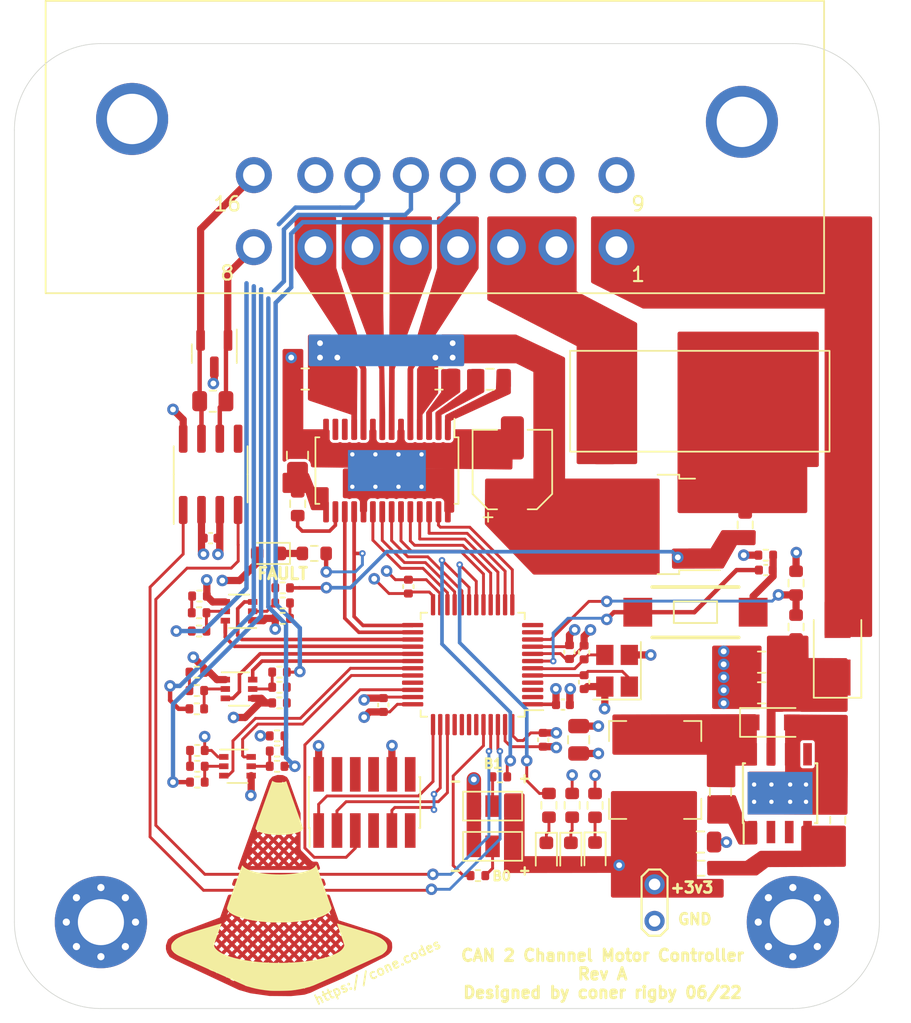
<source format=kicad_pcb>
(kicad_pcb (version 20211014) (generator pcbnew)
  (layers (0 "F.Cu" signal) (1 "In1.Cu" signal) (2 "In2.Cu" signal) (31 "B.Cu" signal) (34 "B.Paste" user) (35 "F.Paste" user) (36 "B.SilkS" user "B.Silkscreen") (37 "F.SilkS" user "F.Silkscreen") (38 "B.Mask" user) (39 "F.Mask" user) (44 "Edge.Cuts" user))
  (net 0 "")
  (net 1 "/VIN")
  (net 2 "GND")
  (net 3 "/BOOT")
  (net 4 "/PH")
  (net 5 "+3V3")
  (net 6 "/OSC_IN")
  (net 7 "/OSC_OUT")
  (net 8 "/CP1")
  (net 9 "/NRST")
  (net 10 "+12V")
  (net 11 "Net-(D3-Pad1)")
  (net 12 "Net-(D4-Pad1)")
  (net 13 "/CANH")
  (net 14 "/CANL")
  (net 15 "/JTCK")
  (net 16 "/JTDO")
  (net 17 "/JTMS")
  (net 18 "Net-(JP1-Pad2)")
  (net 19 "Net-(JP2-Pad2)")
  (net 20 "/VBATT_SENSE")
  (net 21 "/PB0")
  (net 22 "/BOOT0")
  (net 23 "/BOOT1")
  (net 27 "/CANTX")
  (net 28 "/CANRX")
  (net 31 "/OSC32_IN")
  (net 32 "/OSC32_OUT")
  (net 33 "/CP2")
  (net 34 "/VCP")
  (net 35 "Net-(C18-Pad1)")
  (net 36 "/V3P3OUT")
  (net 37 "Net-(D5-Pad1)")
  (net 38 "Net-(D6-Pad1)")
  (net 39 "/NFAULT")
  (net 40 "/IN4")
  (net 41 "/IN3")
  (net 43 "/JTDI")
  (net 44 "/VSENSE")
  (net 45 "/IN2")
  (net 46 "/IN1")
  (net 47 "/EN4")
  (net 48 "/EN3")
  (net 49 "/EN2")
  (net 50 "/EN1")
  (net 51 "/NSLEEP")
  (net 52 "/MOTOR1_OUT1")
  (net 53 "/MOTOR1_OUT2")
  (net 54 "/MOTOR2_OUT1")
  (net 55 "/MOTOR2_OUT2")
  (net 58 "/VOUT_EN")
  (net 59 "Net-(Q3-Pad2)")
  (net 60 "/GPIO_GPI1")
  (net 61 "Net-(Q3-Pad5)")
  (net 62 "/GPIO_GPI2")
  (net 63 "/GPI2")
  (net 64 "/GPI1")
  (net 65 "Net-(Q2-Pad2)")
  (net 66 "Net-(Q2-Pad5)")
  (net 67 "Net-(R19-Pad2)")
  (net 68 "/VBAT_IN")
  (net 69 "/GPIO_GPI3")
  (net 70 "/GPIO_GPI4")
  (net 71 "Net-(Q4-Pad2)")
  (net 72 "/GPIO_GPI5")
  (net 73 "Net-(Q4-Pad5)")
  (net 74 "/GPIO_VOUT_EN")
  (net 75 "/GPI4")
  (net 76 "Net-(R18-Pad2)")
  (net 77 "Net-(R20-Pad2)")
  (net 78 "/GPI3")
  (net 79 "/GPI5")
  (net 80 "Net-(R27-Pad2)")
  (net 81 "Net-(R29-Pad2)")
  (net 82 "Net-(R30-Pad2)")
  (net 83 "/FUSED_VBAT_IN")
  (net 84 "/12VOUT")
  (net 91 "unconnected-(J2-Pad13)")
  (net 92 "unconnected-(J2-Pad14)")
  (net 100 "/DRV_NRESET")
  (footprint "Resistor_SMD:R_0603_1608Metric" (layer "F.Cu") (at 74.222 63.509999 90)
    (fp_text reference "R1" hide)
    (fp_text value "R_Small")
  )
  (footprint "Resistor_SMD:R_0402_1005Metric" (layer "F.Cu") (at 32.69 72.08)
    (fp_text reference "R22" hide)
    (fp_text value "499R")
  )
  (footprint "ConeCodes:Keystone-3587-10TR" (layer "F.Cu") (at 67.5455 48.332)
    (fp_text reference "F1" hide)
    (fp_text value "Fuse")
  )
  (footprint "Resistor_SMD:R_0402_1005Metric" (layer "F.Cu") (at 38.39 66.64 180)
    (fp_text reference "R24" hide)
    (fp_text value "10k")
  )
  (footprint "Capacitor_SMD:C_0805_2012Metric" (layer "F.Cu") (at 67.586001 78.437999)
    (fp_text reference "C4" hide)
    (fp_text value "C_Small")
  )
  (footprint "Capacitor_SMD:C_0805_2012Metric" (layer "F.Cu") (at 59.14 71.34 90)
    (fp_text reference "C6" hide)
    (fp_text value "4.7nf")
  )
  (footprint "Resistor_SMD:R_0603_1608Metric" (layer "F.Cu") (at 77.116 76.928 90)
    (fp_text reference "R5" hide)
    (fp_text value "R_Small")
  )
  (footprint "Resistor_SMD:R_0402_1005Metric" (layer "F.Cu") (at 38.604744 62.91 180)
    (fp_text reference "R23" hide)
    (fp_text value "499R")
  )
  (footprint "ConeCodes:953371" (layer "F.Cu") (at 49.166 25.232 180)
    (fp_text reference "J2" hide)
    (fp_text value "Conn_02x08_Top_Bottom")
  )
  (footprint "Capacitor_SMD:C_0805_2012Metric" (layer "F.Cu") (at 40.17 46.29 180)
    (fp_text reference "C16" hide)
    (fp_text value "10uF")
  )
  (footprint "Package_TO_SOT_SMD:SOT-363_SC-70-6" (layer "F.Cu") (at 35.579511 62.418501 180)
    (fp_text reference "Q4" hide)
    (fp_text value "MBT3904DW1T1G")
  )
  (footprint "Resistor_SMD:R_0805_2012Metric" (layer "F.Cu") (at 33.7625 47.8285)
    (fp_text reference "R3" hide)
    (fp_text value "120,DNP")
  )
  (footprint "Diode_SMD:D_SMA" (layer "F.Cu") (at 77.1 65.02 90)
    (fp_text reference "D1" hide)
    (fp_text value "TPSMA6L78A")
  )
  (footprint "Resistor_SMD:R_0402_1005Metric" (layer "F.Cu") (at 32.65 67.92 180)
    (fp_text reference "R18" hide)
    (fp_text value "1k")
  )
  (footprint "Resistor_SMD:R_0603_1608Metric" (layer "F.Cu") (at 60.2775 75.896498 90)
    (fp_text reference "R6" hide)
    (fp_text value "240R")
  )
  (footprint "MountingHole:MountingHole_3.2mm_M3_Pad_Via" (layer "F.Cu") (at 26 84 90)
    (fp_text reference "H1" hide)
    (fp_text value "MountingHole_Pad")
  )
  (footprint "Jumper:SolderJumper-3_P1.3mm_Open_Pad1.0x1.5mm_NumberLabels" (layer "F.Cu") (at 53.17 78.738 180)
    (fp_text reference "JP1" hide)
    (fp_text value "Jumper_3_Open")
  )
  (footprint "Resistor_SMD:R_0603_1608Metric" (layer "F.Cu") (at 57.08 75.89 90)
    (fp_text reference "R9" hide)
    (fp_text value "240R")
  )
  (footprint "Inductor_SMD:L_Bourns-SRN6028" (layer "F.Cu") (at 64.448 73.436 -90)
    (fp_text reference "L1" hide)
    (fp_text value "L_Small")
  )
  (footprint "Resistor_SMD:R_0603_1608Metric" (layer "F.Cu") (at 67.638 80.256)
    (fp_text reference "R4" hide)
    (fp_text value "R_Small")
  )
  (footprint "MountingHole:MountingHole_3.2mm_M3_Pad_Via" (layer "F.Cu") (at 74 84 90)
    (fp_text reference "H2" hide)
    (fp_text value "MountingHole_Pad")
  )
  (footprint "Capacitor_SMD:C_0805_2012Metric" (layer "F.Cu") (at 49.45 46.29 180)
    (fp_text reference "C15" hide)
    (fp_text value "0.1uF")
  )
  (footprint "Resistor_SMD:R_0402_1005Metric" (layer "F.Cu") (at 32.811511 62.520499 180)
    (fp_text reference "R30" hide)
    (fp_text value "1k")
  )
  (footprint "Resistor_SMD:R_0402_1005Metric" (layer "F.Cu") (at 32.837512 61.358499)
    (fp_text reference "R32" hide)
    (fp_text value "499R")
  )
  (footprint "Resistor_SMD:R_0402_1005Metric" (layer "F.Cu") (at 38.22 71.07 180)
    (fp_text reference "R31" hide)
    (fp_text value "499R")
  )
  (footprint "Resistor_SMD:R_0402_1005Metric" (layer "F.Cu") (at 38.604744 61.840499)
    (fp_text reference "R20" hide)
    (fp_text value "1k")
  )
  (footprint "Capacitor_SMD:C_0805_2012Metric" (layer "F.Cu") (at 71.83 68.08 180)
    (fp_text reference "C2" hide)
    (fp_text value "1uf")
  )
  (footprint "Resistor_SMD:R_0402_1005Metric" (layer "F.Cu") (at 32.69 74.28)
    (fp_text reference "R16" hide)
    (fp_text value "10k")
  )
  (footprint "Resistor_SMD:R_0402_1005Metric" (layer "F.Cu") (at 32.811512 63.790499)
    (fp_text reference "R26" hide)
    (fp_text value "10k")
  )
  (footprint "Connector_PinHeader_1.27mm:PinHeader_2x06_P1.27mm_Vertical_SMD" (layer "F.Cu") (at 44.28 75.69 90)
    (fp_text reference "J3" hide)
    (fp_text value "JTAG")
  )
  (footprint "Capacitor_SMD:C_0402_1005Metric" (layer "F.Cu") (at 56.68 71.34 90)
    (fp_text reference "C10" hide)
    (fp_text value "100nf")
  )
  (footprint "Resistor_SMD:R_0603_1608Metric" (layer "F.Cu") (at 40.8 58.4)
    (fp_text reference "R7" hide)
    (fp_text value "240R")
  )
  (footprint "Package_QFP:LQFP-48_7x7mm_P0.5mm" (layer "F.Cu") (at 51.788499 66.125 180)
    (fp_text reference "U3" hide)
    (fp_text value "STM32F103C8T6")
  )
  (footprint "Package_TO_SOT_SMD:TO-252-2" (layer "F.Cu") (at 63.647499 56.386 180)
    (fp_text reference "Q1" hide)
    (fp_text value "Q_PMOS_GDS")
  )
  (footprint "Resistor_SMD:R_0402_1005Metric" (layer "F.Cu") (at 52.154 80.77 180)
    (fp_text reference "R12" hide)
    (fp_text value "100k")
  )
  (footprint "Capacitor_SMD:CP_Elec_5x5.3" (layer "F.Cu") (at 54.5435 52.576 90)
    (fp_text reference "C17" hide)
    (fp_text value "10uF")
  )
  (footprint "Package_SO:SOIC-8_3.9x4.9mm_P1.27mm" (layer "F.Cu") (at 33.612 52.9085 90)
    (fp_text reference "U2" hide)
    (fp_text value "SN65HVD230")
  )
  (footprint "Capacitor_SMD:C_0402_1005Metric" (layer "F.Cu") (at 58.504 65.248 90)
    (fp_text reference "C8" hide)
    (fp_text value "100nf")
  )
  (footprint "Capacitor_SMD:C_0402_1005Metric" (layer "F.Cu") (at 33.61 57.34 180)
    (fp_text reference "C5" hide)
    (fp_text value "100nf")
  )
  (footprint "Crystal:Crystal_SMD_3225-4Pin_3.2x2.5mm" (layer "F.Cu") (at 61.806 66.546 90)
    (fp_text reference "Y1" hide)
    (fp_text value "12mhz")
  )
  (footprint "Resistor_SMD:R_0603_1608Metric" (layer "F.Cu") (at 74.222 60.462 90)
    (fp_text reference "R2" hide)
    (fp_text value "R_Small")
  )
  (footprint "Capacitor_SMD:C_0805_2012Metric" (layer "F.Cu") (at 68.98 74.96 90)
    (fp_text reference "C3" hide)
    (fp_text value "C_Small")
  )
  (footprint "Package_SO:HTSSOP-28-1EP_4.4x9.7mm_P0.65mm_EP2.85x5.4mm_ThermalVias" (layer "F.Cu") (at 45.8415 52.647 -90)
    (fp_text reference "U4" hide)
    (fp_text value "DRV8844PWP")
  )
  (footprint "LED_SMD:LED_0603_1608Metric" (layer "F.Cu") (at 37.63 58.4 180)
    (fp_text reference "D4" hide)
    (fp_text value "GRN")
  )
  (footprint "Diode_SMD:D_SOD-123F" (layer "F.Cu") (at 72.536001 70.134)
    (fp_text reference "D2" hide)
    (fp_text value "D_Small")
  )
  (footprint "Capacitor_SMD:C_0805_2012Metric" (layer "F.Cu") (at 71.83 65.950001 180)
    (fp_text reference "C1" hide)
    (fp_text value "10uf")
  )
  (footprint "Resistor_SMD:R_0402_1005Metric" (layer "F.Cu") (at 38.39 68.78 180)
    (fp_text reference "R28" hide)
    (fp_text value "499R")
  )
  (footprint "Resistor_SMD:R_0402_1005Metric" (layer "F.Cu") (at 53.678 73.912)
    (fp_text reference "R13" hide)
    (fp_text value "100k")
  )
  (footprint "Package_TO_SOT_SMD:SOT-363_SC-70-6" (layer "F.Cu") (at 35.474 73.178001)
    (fp_text reference "Q3" hide)
    (fp_text value "MBT3904DW1T1G")
  )
  (footprint "Package_SO:TI_SO-PowerPAD-8_ThermalVias" (layer "F.Cu") (at 73.113 75.047 90)
    (fp_text reference "U1" hide)
    (fp_text value "TPS5430DDA")
  )
  (footprint "TestPoint:TestPoint_2Pads_Pitch2.54mm_Drill0.8mm" (layer "F.Cu") (at 64.405999 83.917999 90)
    (fp_text reference "TP1" hide)
    (fp_text value "VOUT")
  )
  (footprint "Resistor_SMD:R_0603_1608Metric" (layer "F.Cu") (at 58.69 75.89 90)
    (fp_text reference "R11" hide)
    (fp_text value "240R")
  )
  (footprint "Package_TO_SOT_SMD:SOT-23" (layer "F.Cu") (at 33.866 44.5265 -90)
    (fp_text reference "D7" hide)
    (fp_text value "PESD2CANFD24V-T")
  )
  (footprint "Resistor_SMD:R_0402_1005Metric" (layer "F.Cu") (at 38.604744 60.790998 180)
    (fp_text reference "R17" hide)
    (fp_text value "10k")
  )
  (footprint "Resistor_SMD:R_0402_1005Metric" (layer "F.Cu") (at 38.39 67.69)
    (fp_text reference "R27" hide)
    (fp_text value "1k")
  )
  (footprint "Capacitor_SMD:C_0402_1005Metric" (layer "F.Cu") (at 58.05 68.9 180)
    (fp_text reference "C7" hide)
    (fp_text value "100nf")
  )
  (footprint "Resistor_SMD:R_0603_1608Metric" (layer "F.Cu") (at 70.691499 56.416 90)
    (fp_text reference "R14" hide)
    (fp_text value "10k")
  )
  (footprint "Package_TO_SOT_SMD:SOT-363_SC-70-6" (layer "F.Cu") (at 35.579511 67.812)
    (fp_text reference "Q2" hide)
    (fp_text value "MBT3904DW1T1G")
  )
  (footprint "Capacitor_SMD:C_0805_2012Metric" (layer "F.Cu") (at 39.636499 51.59 90)
    (fp_text reference "C19" hide)
    (fp_text value "0.47uF")
  )
  (footprint "LED_SMD:LED_0603_1608Metric" (layer "F.Cu") (at 60.2775 79.258999 -90)
    (fp_text reference "D3" hide)
    (fp_text value "GRN")
  )
  (footprint "Capacitor_SMD:C_0805_2012Metric" (layer "F.Cu") (at 52.99 46.31 180)
    (fp_text reference "C14" hide)
    (fp_text value "0.01uF")
  )
  (footprint "Capacitor_SMD:C_0402_1005Metric" (layer "F.Cu") (at 47.328 60.704 -90)
    (fp_text reference "C9" hide)
    (fp_text value "100nf")
  )
  (footprint "LED_SMD:LED_0603_1608Metric" (layer "F.Cu") (at 58.6 79.28 -90)
    (fp_text reference "D6" hide)
    (fp_text value "RED")
  )
  (footprint "Capacitor_SMD:C_0402_1005Metric" (layer "F.Cu") (at 59.52 65.276 90)
    (fp_text reference "C13" hide)
    (fp_text value "C_Small")
  )
  (footprint "Resistor_SMD:R_0402_1005Metric" (layer "F.Cu") (at 32.65 69.19)
    (fp_text reference "R15" hide)
    (fp_text value "10k")
  )
  (footprint "Resistor_SMD:R_0402_1005Metric" (layer "F.Cu") (at 32.69 73.18 180)
    (fp_text reference "R19" hide)
    (fp_text value "1k")
  )
  (footprint "Resistor_SMD:R_0603_1608Metric" (layer "F.Cu") (at 39.65 54.948 -90)
    (fp_text reference "R8" hide)
    (fp_text value "10k")
  )
  (footprint "LED_SMD:LED_0603_1608Metric" (layer "F.Cu") (at 56.9 79.28 -90)
    (fp_text reference "D5" hide)
    (fp_text value "GRN")
  )
  (footprint "Jumper:SolderJumper-3_P1.3mm_Open_Pad1.0x1.5mm_NumberLabels" (layer "F.Cu") (at 53.17 75.944 180)
    (fp_text reference "JP2" hide)
    (fp_text value "Jumper_3_Open")
  )
  (footprint "Capacitor_SMD:C_0402_1005Metric" (layer "F.Cu") (at 45.588499 68.925 -90)
    (fp_text reference "C11" hide)
    (fp_text value "100nf")
  )
  (footprint "Resistor_SMD:R_0402_1005Metric" (layer "F.Cu") (at 38.22 73.18 180)
    (fp_text reference "R25" hide)
    (fp_text value "10k")
  )
  (footprint "Resistor_SMD:R_0402_1005Metric" (layer "F.Cu") (at 32.65 66.65)
    (fp_text reference "R21" hide)
    (fp_text value "499R")
  )
  (footprint "Resistor_SMD:R_0402_1005Metric" (layer "F.Cu") (at 38.22 72.122001)
    (fp_text reference "R29" hide)
    (fp_text value "1k")
  )
  (footprint "Capacitor_SMD:C_0402_1005Metric" (layer "F.Cu") (at 72.12 59.554 180)
    (fp_text reference "C18" hide)
    (fp_text value "100nf")
  )
  (footprint "Capacitor_SMD:C_0402_1005Metric" (layer "F.Cu") (at 59.52 67.336 -90)
    (fp_text reference "C12" hide)
    (fp_text value "C_Small")
  )
  (footprint "logos:cone" (layer "F.Cu") (at 38.37 81.48)
    (fp_text reference "G***" hide)
    (fp_text value "LOGO" hide)
  )
  (footprint "Resistor_SMD:R_0402_1005Metric" (layer "F.Cu") (at 72.12 58.52 180)
    (fp_text reference "R10" hide)
    (fp_text value "10k")
  )
  (footprint "ConeCodes:SW_RS-032G05A3-SMRT" (layer "F.Cu") (at 67.2435 62.482)
    (fp_text reference "SW1" hide)
    (fp_text value "SW_Push")
  )
  (gr_line (start 74 90) (end 26 90) (layer "Edge.Cuts") (width 0.05))
  (gr_line (start 26.000001 23) (end 74.000001 23) (layer "Edge.Cuts") (width 0.05))
  (gr_arc (start 80 84) (mid 78.242641 88.242641) (end 74 90) (layer "Edge.Cuts") (width 0.05))
  (gr_arc (start 20 28.999999) (mid 21.75736 24.757359) (end 26.000001 23) (layer "Edge.Cuts") (width 0.05))
  (gr_arc (start 74.000001 23) (mid 78.242641 24.75736) (end 80 29.000001) (layer "Edge.Cuts") (width 0.05))
  (gr_line (start 80 29.000001) (end 80 84) (layer "Edge.Cuts") (width 0.05))
  (gr_arc (start 26 90) (mid 21.757359 88.24264) (end 20 83.999999) (layer "Edge.Cuts") (width 0.05))
  (gr_line (start 20 83.999998) (end 20 28.999998) (layer "Edge.Cuts") (width 0.05))
  (gr_text "+" (at 55.4 74) (layer "F.SilkS") (effects (font (size 0.65 0.65) (thickness 0.1625))))
  (gr_text "+3v3" (at 67 81.6) (layer "F.SilkS") (effects (font (size 0.75 0.75) (thickness 0.1875))))
  (gr_text "-" (at 50.6 80.4) (layer "F.SilkS") (effects (font (size 0.65 0.65) (thickness 0.1625))))
  (gr_text "-" (at 50.6 74.2) (layer "F.SilkS") (effects (font (size 0.65 0.65) (thickness 0.1625))))
  (gr_text "https://cone.codes" (at 45.187532 87.46 25) (layer "F.SilkS") (effects (font (size 0.65 0.65) (thickness 0.125))))
  (gr_text "+" (at 55.4 80.4) (layer "F.SilkS") (effects (font (size 0.65 0.65) (thickness 0.1625))))
  (gr_text "CAN 2 Channel Motor Controller\nRev A\nDesigned by coner rigby 06/22" (at 60.8 87.6) (layer "F.SilkS") (effects (font (size 0.8 0.8) (thickness 0.2))))
  (gr_text "GND" (at 67.2 83.8) (layer "F.SilkS") (effects (font (size 0.75 0.75) (thickness 0.1875))))
  (gr_text "B0" (at 53.8 80.8) (layer "F.SilkS") (effects (font (size 0.65 0.65) (thickness 0.1625))))
  (gr_text "B1" (at 53.2 73) (layer "F.SilkS") (effects (font (size 0.65 0.65) (thickness 0.1625))))
  (gr_text "FAULT" (at 38.6 59.8) (layer "F.SilkS") (effects (font (size 0.8 0.8) (thickness 0.2))))
  (segment (start 58.588 65.728) (end 59.52 64.796) (width 0.2) (layer "F.Cu") (net 2))
  (segment (start 45.588499 68.445) (end 44.386244 68.445) (width 0.5) (layer "F.Cu") (net 2))
  (segment (start 33.13 57.34) (end 33.13 58.44) (width 0.2) (layer "F.Cu") (net 2))
  (segment (start 60.956 69.164) (end 60.94 69.18) (width 0.2) (layer "F.Cu") (net 2))
  (segment (start 33.54 66.65) (end 33.16 66.65) (width 0.5) (layer "F.Cu") (net 2))
  (segment (start 49.538499 61.193505) (end 48.568994 60.224) (width 0.2) (layer "F.Cu") (net 2))
  (segment (start 33.757514 61.768501) (end 33.347512 61.358499) (width 0.5) (layer "F.Cu") (net 2))
  (segment (start 55.97051 65.355489) (end 55.950999 65.375) (width 0.2) (layer "F.Cu") (net 2))
  (segment (start 32.977 55.3835) (end 32.977 57.187) (width 0.2) (layer "F.Cu") (net 2))
  (segment (start 37.062125 71.062125) (end 37.07 71.07) (width 0.2) (layer "F.Cu") (net 2))
  (segment (start 47.625999 68.375) (end 45.658499 68.375) (width 0.2) (layer "F.Cu") (net 2))
  (segment (start 33.347512 60.247512) (end 33.34 60.24) (width 0.5) (layer "F.Cu") (net 2))
  (segment (start 45.658499 68.375) (end 45.588499 68.445) (width 0.2) (layer "F.Cu") (net 2))
  (segment (start 51.87 78.738) (end 51.87 75.944) (width 1) (layer "F.Cu") (net 2))
  (segment (start 33.16 66.65) (end 33.16 66.36) (width 0.5) (layer "F.Cu") (net 2))
  (segment (start 74.222 58.358) (end 74.24 58.34) (width 0.5) (layer "F.Cu") (net 2))
  (segment (start 54.44 71.82) (end 54.038499 71.418499) (width 0.2) (layer "F.Cu") (net 2))
  (segment (start 46.185 73.74) (end 46.185 71.745) (width 0.5) (layer "F.Cu") (net 2))
  (segment (start 60.956 67.646) (end 60.956 69.164) (width 0.5) (layer "F.Cu") (net 2))
  (segment (start 34.118001 72.528001) (end 33.67 72.08) (width 0.2) (layer "F.Cu") (net 2))
  (segment (start 33.67 72.08) (end 33.2 72.08) (width 0.2) (layer "F.Cu") (net 2))
  (segment (start 32.977 57.187) (end 33.13 57.34) (width 0.2) (layer "F.Cu") (net 2))
  (segment (start 39.22 46.29) (end 39.22 44.82) (width 1) (layer "F.Cu") (net 2))
  (segment (start 51.87 75.944) (end 51.87 74.09) (width 1) (layer "F.Cu") (net 2))
  (segment (start 33.866 46.534) (end 33.8 46.6) (width 0.5) (layer "F.Cu") (net 2))
  (segment (start 36.529511 68.462) (end 37.132 68.462) (width 0.5) (layer "F.Cu") (net 2))
  (segment (start 47.328 60.224) (end 46.424 60.224) (width 0.2) (layer "F.Cu") (net 2))
  (segment (start 57.53 71.82) (end 57.59 71.88) (width 0.5) (layer "F.Cu") (net 2))
  (segment (start 31.707 50.4335) (end 31.707 49.107) (width 0.5) (layer "F.Cu") (net 2))
  (segment (start 33.866 45.464) (end 33.866 46.534) (width 0.5) (layer "F.Cu") (net 2))
  (segment (start 38.094744 62.91) (end 38.094744 63.645756) (width 0.5) (layer "F.Cu") (net 2))
  (segment (start 59.52 64.796) (end 59.52 64.15) (width 0.5) (layer "F.Cu") (net 2))
  (segment (start 60.2775 75.071498) (end 60.2775 73.8025) (width 0.2) (layer "F.Cu") (net 2))
  (segment (start 39.22 44.82) (end 39.2 44.8) (width 1) (layer "F.Cu") (net 2))
  (segment (start 56.68 71.82) (end 57.53 71.82) (width 0.5) (layer "F.Cu") (net 2))
  (segment (start 46.424 60.224) (end 45.82 59.62) (width 0.2) (layer "F.Cu") (net 2))
  (segment (start 37.271499 63.068501) (end 36.529511 63.068501) (width 0.5) (layer "F.Cu") (net 2))
  (segment (start 33.13 58.44) (end 33.12 58.45) (width 0.2) (layer "F.Cu") (net 2))
  (segment (start 58.504 65.728) (end 58.588 65.728) (width 0.2) (layer "F.Cu") (net 2))
  (segment (start 33.2 71.12) (end 33.2 72.08) (width 0.2) (layer "F.Cu") (net 2))
  (segment (start 37.45 68.78) (end 37.88 68.78) (width 0.5) (layer "F.Cu") (net 2))
  (segment (start 36.570511 63.109501) (end 36.529511 63.068501) (width 0.5) (layer "F.Cu") (net 2))
  (segment (start 58.69 75.065) (end 58.69 73.79) (width 0.2) (layer "F.Cu") (net 2))
  (segment (start 69.377999 78.437999) (end 68.536001 78.437999) (width 0.5) (layer "F.Cu") (net 2))
  (segment (start 59.14 72.29) (end 60.51 72.29) (width 0.5) (layer "F.Cu") (net 2))
  (segment (start 60.956 67.646) (end 59.754 67.646) (width 0.5) (layer "F.Cu") (net 2))
  (segment (start 31.707 49.107) (end 31 48.4) (width 0.5) (layer "F.Cu") (net 2))
  (segment (start 37.07 71.07) (end 37.71 71.07) (width 0.2) (layer "F.Cu") (net 2))
  (segment (start 34.629511 61.768501) (end 33.757514 61.768501) (width 0.5) (layer "F.Cu") (net 2))
  (segment (start 49.538499 61.9625) (end 49.538499 61.193505) (width 0.2) (layer "F.Cu") (net 2))
  (segment (start 60.2775 73.8025) (end 60.28 73.8) (width 0.2) (layer "F.Cu") (net 2))
  (segment (start 37.43 62.91) (end 37.271499 63.068501) (width 0.5) (layer "F.Cu") (net 2))
  (segment (start 37.012862 68.78) (end 37.88 68.78) (width 0.5) (layer "F.Cu") (net 2))
  (segment (start 74.222 59.637) (end 74.222 58.358) (width 0.5) (layer "F.Cu") (net 2))
  (segment (start 64.136 65.446) (end 64.14 65.45) (width 0.5) (layer "F.Cu") (net 2))
  (segment (start 62.656 65.446) (end 64.136 65.446) (width 0.5) (layer "F.Cu") (net 2))
  (segment (start 38.094744 62.91) (end 37.43 62.91) (width 0.5) (layer "F.Cu") (net 2))
  (segment (start 34.629511 67.162) (end 34.052 67.162) (width 0.5) (layer "F.Cu") (net 2))
  (segment (start 34.052 67.162) (end 33.54 66.65) (width 0.5) (layer "F.Cu") (net 2))
  (segment (start 46.185 71.745) (end 46.19 71.74) (width 0.5) (layer "F.Cu") (net 2))
  (segment (start 34.524 72.528001) (end 34.118001 72.528001) (width 0.2) (layer "F.Cu") (net 2))
  (segment (start 58.504 65.728) (end 58.248 65.728) (width 0.2) (layer "F.Cu") (net 2))
  (segment (start 59.536 67.8) (end 59.52 67.816) (width 0.2) (layer "F.Cu") (net 2))
  (segment (start 58.53 68.9) (end 58.53 67.829503) (width 0.5) (layer "F.Cu") (net 2))
  (segment (start 32.977 58.307) (end 33.12 58.45) (width 0.5) (layer "F.Cu") (net 2))
  (segment (start 59.754 67.646) (end 59.6 67.8) (width 0.5) (layer "F.Cu") (net 2))
  (segment (start 37.132 68.462) (end 37.45 68.78) (width 0.5) (layer "F.Cu") (net 2))
  (segment (start 58.248 65.728) (end 57.875489 65.355489) (width 0.2) (layer "F.Cu") (net 2))
  (segment (start 36.424 75.176) (end 36.424 73.828001) (width 0.5) (layer "F.Cu") (net 2))
  (segment (start 57.875489 65.355489) (end 55.97051 65.355489) (width 0.2) (layer "F.Cu") (net 2))
  (segment (start 69.39 78.45) (end 69.377999 78.437999) (width 0.5) (layer "F.Cu") (net 2))
  (segment (start 36.4 75.2) (end 36.424 75.176) (width 0.5) (layer "F.Cu") (net 2))
  (segment (start 38.094744 63.645756) (end 38.09 63.6505) (width 0.5) (layer "F.Cu") (net 2))
  (segment (start 58.53 67.829503) (end 58.559503 67.8) (width 0.254) (layer "F.Cu") (net 2))
  (segment (start 41.105 73.74) (end 41.105 71.765) (width 0.5) (layer "F.Cu") (net 2))
  (segment (start 36.002484 69.790378) (end 37.012862 68.78) (width 0.5) (layer "F.Cu") (net 2))
  (segment (start 33.16 66.36) (end 32.407028 65.607028) (width 0.5) (layer "F.Cu") (net 2))
  (segment (start 54.038499 71.418499) (end 54.038499 70.2875) (width 0.2) (layer "F.Cu") (net 2))
  (segment (start 32.977 55.3835) (end 32.977 58.307) (width 0.5) (layer "F.Cu") (net 2))
  (segment (start 41.105 71.765) (end 41.1 71.76) (width 0.5) (layer "F.Cu") (net 2))
  (segment (start 44.386244 68.445) (end 44.258132 68.573112) (width 0.5) (layer "F.Cu") (net 2))
  (segment (start 35.2 69.790378) (end 36.002484 69.790378) (width 0.5) (layer "F.Cu") (net 2))
  (segment (start 59.6 67.8) (end 59.536 67.8) (width 0.2) (layer "F.Cu") (net 2))
  (segment (start 56.68 71.82) (end 54.44 71.82) (width 0.2) (layer "F.Cu") (net 2))
  (segment (start 33.347512 61.358499) (end 33.347512 60.247512) (width 0.5) (layer "F.Cu") (net 2))
  (segment (start 48.568994 60.224) (end 47.328 60.224) (width 0.2) (layer "F.Cu") (net 2))
  (segment (start 59.52 64.15) (end 59.96 63.71) (width 0.5) (layer "F.Cu") (net 2))
  (via (at 69.39 78.45) (size 0.8) (drill 0.4) (layers "F.Cu" "B.Cu") (net 2))
  (via (at 41.1 71.76) (size 0.8) (drill 0.4) (layers "F.Cu" "B.Cu") (net 2))
  (via (at 31 48.4) (size 0.8) (drill 0.4) (layers "F.Cu" "B.Cu") (net 2))
  (via (at 69.2 65.2) (size 0.8) (drill 0.4) (layers "F.Cu" "B.Cu") (net 2))
  (via (at 57.59 71.88) (size 0.8) (drill 0.4) (layers "F.Cu" "B.Cu") (net 2))
  (via (at 69.2 66.1) (size 0.8) (drill 0.4) (layers "F.Cu" "B.Cu") (net 2))
  (via (at 60.28 73.8) (size 0.8) (drill 0.4) (layers "F.Cu" "B.Cu") (net 2))
  (via (at 74.24 58.34) (size 0.8) (drill 0.4) (layers "F.Cu" "B.Cu") (net 2))
  (via (at 69.2 67) (size 0.8) (drill 0.4) (layers "F.Cu" "B.Cu") (net 2))
  (via (at 51.87 74.09) (size 0.8) (drill 0.4) (layers "F.Cu" "B.Cu") (net 2))
  (via (at 44.258132 68.573112) (size 0.8) (drill 0.4) (layers "F.Cu" "B.Cu") (net 2))
  (via (at 60.94 69.18) (size 0.8) (drill 0.4) (layers "F.Cu" "B.Cu") (net 2))
  (via (at 60.51 72.29) (size 0.8) (drill 0.4) (layers "F.Cu" "B.Cu") (net 2))
  (via (at 46.19 71.74) (size 0.8) (drill 0.4) (layers "F.Cu" "B.Cu") (net 2))
  (via (at 35.2 69.790378) (size 0.8) (drill 0.4) (layers "F.Cu" "B.Cu") (net 2))
  (via (at 64.14 65.45) (size 0.8) (drill 0.4) (layers "F.Cu" "B.Cu") (net 2))
  (via (at 37.062125 71.062125) (size 0.8) (drill 0.4) (layers "F.Cu" "B.Cu") (net 2))
  (via (at 45.82 59.62) (size 0.8) (drill 0.4) (layers "F.Cu" "B.Cu") (net 2))
  (via (at 58.559503 67.8) (size 0.8) (drill 0.4) (layers "F.Cu" "B.Cu") (net 2))
  (via (at 69.2 68.8) (size 0.8) (drill 0.4) (layers "F.Cu" "B.Cu") (net 2))
  (via (at 32.407028 65.607028) (size 0.8) (drill 0.4) (layers "F.Cu" "B.Cu") (net 2))
  (via (at 33.34 60.24) (size 0.8) (drill 0.4) (layers "F.Cu" "B.Cu") (net 2))
  (via (at 33.12 58.45) (size 0.8) (drill 0.4) (layers "F.Cu" "B.Cu") (net 2))
  (via (at 38.09 63.6505) (size 0.8) (drill 0.4) (layers "F.Cu" "B.Cu") (net 2))
  (via (at 33.2 71.12) (size 0.8) (drill 0.4) (layers "F.Cu" "B.Cu") (net 2))
  (via (at 33.8 46.6) (size 0.8) (drill 0.4) (layers "F.Cu" "B.Cu") (net 2))
  (via (at 39.2 44.8) (size 0.8) (drill 0.4) (layers "F.Cu" "B.Cu") (net 2))
  (via (at 59.96 63.71) (size 0.8) (drill 0.4) (layers "F.Cu" "B.Cu") (net 2))
  (via (at 69.2 67.9) (size 0.8) (drill 0.4) (layers "F.Cu" "B.Cu") (net 2))
  (via (at 58.69 73.79) (size 0.8) (drill 0.4) (layers "F.Cu" "B.Cu") (net 2))
  (via (at 36.4 75.2) (size 0.8) (drill 0.4) (layers "F.Cu" "B.Cu") (net 2))
  (segment (start 47.432 61.08) (end 47.328 61.184) (width 0.2) (layer "F.Cu") (net 5))
  (segment (start 35.61 60.28) (end 36.8425 59.0475) (width 0.5) (layer "F.Cu") (net 5))
  (segment (start 44.96 60.1605) (end 45.9835 61.184) (width 0.2) (layer "F.Cu") (net 5))
  (segment (start 44.625 69.405) (end 44.26 69.77) (width 0.5) (layer "F.Cu") (net 5))
  (segment (start 54.538499 71.028499) (end 54.9 71.39) (width 0.2) (layer "F.Cu") (net 5))
  (segment (start 34.247 58.332648) (end 34.11945 58.460198) (width 0.5) (layer "F.Cu") (net 5))
  (segment (start 46.565 68.875) (end 46.035 69.405) (width 0.2) (layer "F.Cu") (net 5))
  (segment (start 34.247 55.3835) (end 34.247 58.332648) (width 0.5) (layer "F.Cu") (net 5))
  (segment (start 56.9 80.0675) (end 58.6 80.0675) (width 0.2) (layer "F.Cu") (net 5))
  (segment (start 58.6 80.0675) (end 60.256499 80.0675) (width 0.2) (layer "F.Cu") (net 5))
  (segment (start 57.57 67.81) (end 57.56 67.8) (width 0.254) (layer "F.Cu") (net 5))
  (segment (start 55.950999 68.875) (end 57.545 68.875) (width 0.254) (layer "F.Cu") (net 5))
  (segment (start 34.42 60.28) (end 35.61 60.28) (width 0.5) (layer "F.Cu") (net 5))
  (segment (start 49.038499 61.9625) (end 49.038499 61.338499) (width 0.2) (layer "F.Cu") (net 5))
  (segment (start 58.504 64.065244) (end 58.864622 63.704622) (width 0.5) (layer "F.Cu") (net 5))
  (segment (start 54.538499 70.2875) (end 54.538499 71.028499) (width 0.2) (layer "F.Cu") (net 5))
  (segment (start 56.68 70.86) (end 57.59 70.86) (width 0.5) (layer "F.Cu") (net 5))
  (segment (start 61.946499 80.046499) (end 60.2775 80.046499) (width 0.2) (layer "F.Cu") (net 5))
  (segment (start 59.14 70.39) (end 60.51 70.39) (width 0.5) (layer "F.Cu") (net 5))
  (segment (start 55.41 80.15) (end 56.8175 80.15) (width 0.2) (layer "F.Cu") (net 5))
  (segment (start 34.247 55.3835) (end 34.247 57.183) (width 0.2) (layer "F.Cu") (net 5))
  (segment (start 55.82 70.86) (end 56.68 70.86) (width 0.2) (layer "F.Cu") (net 5))
  (segment (start 61.95 80.05) (end 61.946499 80.046499) (width 0.2) (layer "F.Cu") (net 5))
  (segment (start 58.397 64.875) (end 55.950999 64.875) (width 0.2) (layer "F.Cu") (net 5))
  (segment (start 47.625999 68.875) (end 46.565 68.875) (width 0.2) (layer "F.Cu") (net 5))
  (segment (start 48.78 61.08) (end 47.432 61.08) (width 0.2) (layer "F.Cu") (net 5))
  (segment (start 54.9 71.39) (end 55.29 71.39) (width 0.2) (layer "F.Cu") (net 5))
  (segment (start 71.61 58.52) (end 70.59 58.52) (width 0.5) (layer "F.Cu") (net 5))
  (segment (start 58.504 64.768) (end 58.397 64.875) (width 0.2) (layer "F.Cu") (net 5))
  (segment (start 54.47 79.21) (end 55.41 80.15) (width 0.2) (layer "F.Cu") (net 5))
  (segment (start 58.504 64.768) (end 58.504 64.065244) (width 0.5) (layer "F.Cu") (net 5))
  (segment (start 34.247 57.183) (end 34.09 57.34) (width 0.2) (layer "F.Cu") (net 5))
  (segment (start 45.9835 61.184) (end 47.328 61.184) (width 0.2) (layer "F.Cu") (net 5))
  (segment (start 60.256499 80.0675) (end 60.2775 80.046499) (width 0.2) (layer "F.Cu") (net 5))
  (segment (start 49.038499 61.338499) (end 48.78 61.08) (width 0.2) (layer "F.Cu") (net 5))
  (segment (start 46.035 69.405) (end 45.588499 69.405) (width 0.2) (layer "F.Cu") (net 5))
  (segment (start 57.57 68.9) (end 57.57 67.81) (width 0.5) (layer "F.Cu") (net 5))
  (segment (start 55.29 71.39) (end 55.82 70.86) (width 0.2) (layer "F.Cu") (net 5))
  (segment (start 54.47 78.738) (end 54.47 79.21) (width 0.2) (layer "F.Cu") (net 5))
  (segment (start 56.8175 80.15) (end 56.9 80.0675) (width 0.2) (layer "F.Cu") (net 5))
  (segment (start 54.47 75.944) (end 54.47 78.738) (width 0.2) (layer "F.Cu") (net 5))
  (segment (start 57.545 68.875) (end 57.57 68.9) (width 0.254) (layer "F.Cu") (net 5))
  (segment (start 45.588499 69.405) (end 44.625 69.405) (width 0.5) (layer "F.Cu") (net 5))
  (segment (start 36.8425 59.0475) (end 36.8425 58.4) (width 0.5) (layer "F.Cu") (net 5))
  (segment (start 34.09 58.430748) (end 34.11945 58.460198) (width 0.2) (layer "F.Cu") (net 5))
  (segment (start 34.09 57.34) (end 34.09 58.430748) (width 0.2) (layer "F.Cu") (net 5))
  (via (at 34.42 60.28) (size 0.8) (drill 0.4) (layers "F.Cu" "B.Cu") (net 5))
  (via (at 34.11945 58.460198) (size 0.8) (drill 0.4) (layers "F.Cu" "B.Cu") (net 5))
  (via (at 57.56 67.8) (size 0.8) (drill 0.4) (layers "F.Cu" "B.Cu") (net 5))
  (via (at 70.59 58.52) (size 0.8) (drill 0.4) (layers "F.Cu" "B.Cu") (net 5))
  (via (at 58.864622 63.704622) (size 0.8) (drill 0.4) (layers "F.Cu" "B.Cu") (net 5))
  (via (at 44.26 69.77) (size 0.8) (drill 0.4) (layers "F.Cu" "B.Cu") (net 5))
  (via (at 57.59 70.86) (size 0.8) (drill 0.4) (layers "F.Cu" "B.Cu") (net 5))
  (via (at 61.95 80.05) (size 0.8) (drill 0.4) (layers "F.Cu" "B.Cu") (net 5))
  (via (at 60.51 70.39) (size 0.8) (drill 0.4) (layers "F.Cu" "B.Cu") (net 5))
  (via (at 44.96 60.1605) (size 0.8) (drill 0.4) (layers "F.Cu" "B.Cu") (net 5))
  (segment (start 59.786 66.59) (end 62.17 66.59) (width 0.2) (layer "F.Cu") (net 6))
  (segment (start 59.501 66.875) (end 59.52 66.856) (width 0.2) (layer "F.Cu") (net 6))
  (segment (start 59.52 66.856) (end 59.786 66.59) (width 0.2) (layer "F.Cu") (net 6))
  (segment (start 62.656 67.076) (end 62.656 67.646) (width 0.2) (layer "F.Cu") (net 6))
  (segment (start 62.17 66.59) (end 62.656 67.076) (width 0.2) (layer "F.Cu") (net 6))
  (segment (start 55.950999 66.875) (end 59.501 66.875) (width 0.2) (layer "F.Cu") (net 6))
  (segment (start 60.956 65.446) (end 59.83 65.446) (width 0.2) (layer "F.Cu") (net 7))
  (segment (start 58.871489 66.404511) (end 59.52 65.756) (width 0.2) (layer "F.Cu") (net 7))
  (segment (start 55.950999 66.375) (end 55.98051 66.404511) (width 0.2) (layer "F.Cu") (net 7))
  (segment (start 59.83 65.446) (end 59.52 65.756) (width 0.2) (layer "F.Cu") (net 7))
  (segment (start 55.98051 66.404511) (end 58.871489 66.404511) (width 0.2) (layer "F.Cu") (net 7))
  (segment (start 71.64 59.554) (end 70.096 59.554) (width 0.3058) (layer "F.Cu") (net 9))
  (segment (start 70.096 59.554) (end 67.168 62.482) (width 0.3058) (layer "F.Cu") (net 9))
  (segment (start 61.588 62.482) (end 61.09 62.98) (width 0.3058) (layer "F.Cu") (net 9))
  (segment (start 67.168 62.482) (end 63.2435 62.482) (width 0.3058) (layer "F.Cu") (net 9))
  (segment (start 55.950999 65.875) (end 57.375 65.875) (width 0.2) (layer "F.Cu") (net 9))
  (segment (start 63.2435 62.482) (end 61.588 62.482) (width 0.3058) (layer "F.Cu") (net 9))
  (segment (start 57.375 65.875) (end 57.38 65.88) (width 0.2) (layer "F.Cu") (net 9))
  (via (at 61.09 62.98) (size 0.8) (drill 0.4) (layers "F.Cu" "B.Cu") (net 9))
  (via (at 57.38 65.88) (size 0.45) (drill 0.2) (layers "F.Cu" "B.Cu") (net 9))
  (segment (start 57.37 63.93) (end 57.37 65.87) (width 0.2) (layer "B.Cu") (net 9))
  (segment (start 57.37 65.87) (end 57.38 65.88) (width 0.2) (layer "B.Cu") (net 9))
  (segment (start 61.09 62.98) (end 61.01 62.9) (width 0.2) (layer "B.Cu") (net 9))
  (segment (start 58.4 62.9) (end 57.37 63.93) (width 0.2) (layer "B.Cu") (net 9))
  (segment (start 61.01 62.9) (end 58.4 62.9) (width 0.2) (layer "B.Cu") (net 9))
  (segment (start 60.2775 76.721498) (end 60.2775 78.471499) (width 0.2) (layer "F.Cu") (net 11))
  (segment (start 38.4175 58.4) (end 39.975 58.4) (width 0.5) (layer "F.Cu") (net 12))
  (segment (start 32.85 47.8285) (end 32.85 43.655) (width 0.3058) (layer "F.Cu") (net 13))
  (segment (start 32.916 43.589) (end 32.916 35.884) (width 0.5) (layer "F.Cu") (net 13))
  (segment (start 32.977 50.4335) (end 32.977 47.9555) (width 0.3058) (layer "F.Cu") (net 13))
  (segment (start 36.611 32.189) (end 36.611 32.132) (width 0.5) (layer "F.Cu") (net 13))
  (segment (start 32.916 35.884) (end 36.611 32.189) (width 0.5) (layer "F.Cu") (net 13))
  (segment (start 32.85 43.655) (end 32.916 43.589) (width 0.3058) (layer "F.Cu") (net 13))
  (segment (start 32.977 47.9555) (end 32.85 47.8285) (width 0.3058) (layer "F.Cu") (net 13))
  (segment (start 36.611 37.189) (end 34.8 39) (width 0.5) (layer "F.Cu") (net 14))
  (segment (start 34.247 48.2565) (end 34.675 47.8285) (width 0.3058) (layer "F.Cu") (net 14))
  (segment (start 34.8 43.573) (end 34.816 43.589) (width 0.5) (layer "F.Cu") (net 14))
  (segment (start 34.675 47.8285) (end 34.675 43.73) (width 0.3058) (layer "F.Cu") (net 14))
  (segment (start 34.8 39) (end 34.8 43.573) (width 0.5) (layer "F.Cu") (net 14))
  (segment (start 34.247 50.4335) (end 34.247 48.2565) (width 0.3058) (layer "F.Cu") (net 14))
  (segment (start 34.675 43.73) (end 34.816 43.589) (width 0.3058) (layer "F.Cu") (net 14))
  (segment (start 36.611 37.132) (end 36.611 37.189) (width 0.5) (layer "F.Cu") (net 14))
  (segment (start 41.105 75.817) (end 41.105 77.64) (width 0.2) (layer "F.Cu") (net 15))
  (segment (start 41.682489 75.239511) (end 41.105 75.817) (width 0.2) (layer "F.Cu") (net 15))
  (segment (start 48.032489 75.239511) (end 41.682489 75.239511) (width 0.2) (layer "F.Cu") (net 15))
  (segment (start 49.038499 70.2875) (end 49.038499 74.233501) (width 0.2) (layer "F.Cu") (net 15))
  (segment (start 49.038499 74.233501) (end 48.032489 75.239511) (width 0.2) (layer "F.Cu") (net 15))
  (segment (start 42.375 76.274031) (end 42.375 77.64) (width 0.2) (layer "F.Cu") (net 16))
  (segment (start 43.01 75.639031) (end 42.375 76.274031) (width 0.2) (layer "F.Cu") (net 16))
  (segment (start 50.038499 70.2875) (end 50.038499 75.011501) (width 0.2) (layer "F.Cu") (net 16))
  (segment (start 50.038499 75.011501) (end 49.410969 75.639031) (width 0.2) (layer "F.Cu") (net 16))
  (segment (start 49.410969 75.639031) (end 43.01 75.639031) (width 0.2) (layer "F.Cu") (net 16))
  (segment (start 40.15 71.692) (end 40.15 78.854022) (width 0.2) (layer "F.Cu") (net 17))
  (segment (start 40.15 78.854022) (end 40.795978 79.5) (width 0.2) (layer "F.Cu") (net 17))
  (segment (start 40.795978 79.5) (end 43.01 79.5) (width 0.2) (layer "F.Cu") (net 17))
  (segment (start 47.625999 67.875) (end 47.616479 67.86548) (width 0.2) (layer "F.Cu") (net 17))
  (segment (start 43.97652 67.86548) (end 40.15 71.692) (width 0.2) (layer "F.Cu") (net 17))
  (segment (start 47.616479 67.86548) (end 43.97652 67.86548) (width 0.2) (layer "F.Cu") (net 17))
  (segment (start 43.01 79.5) (end 43.645 78.865) (width 0.2) (layer "F.Cu") (net 17))
  (segment (start 43.645 78.865) (end 43.645 77.64) (width 0.2) (layer "F.Cu") (net 17))
  (segment (start 53.17 78.738) (end 53.17 80.264) (width 0.2) (layer "F.Cu") (net 18))
  (segment (start 53.17 80.264) (end 52.664 80.77) (width 0.2) (layer "F.Cu") (net 18))
  (segment (start 53.17 73.914) (end 53.168 73.912) (width 0.2) (layer "F.Cu") (net 19))
  (segment (start 53.17 75.944) (end 53.17 73.914) (width 0.2) (layer "F.Cu") (net 19))
  (segment (start 73 61.28) (end 74.215 61.28) (width 0.5) (layer "F.Cu") (net 20))
  (segment (start 74.222 62.684999) (end 74.222 61.287) (width 0.5) (layer "F.Cu") (net 20))
  (segment (start 57.205 64.375) (end 55.950999 64.375) (width 0.2) (layer "F.Cu") (net 20))
  (segment (start 61.09 61.73) (end 59.85 61.73) (width 0.2) (layer "F.Cu") (net 20))
  (segment (start 74.215 61.28) (end 74.222 61.287) (width 0.2) (layer "F.Cu") (net 20))
  (segment (start 59.85 61.73) (end 57.205 64.375) (width 0.2) (layer "F.Cu") (net 20))
  (via (at 61.09 61.73) (size 0.8) (drill 0.4) (layers "F.Cu" "B.Cu") (net 20))
  (via (at 73 61.28) (size 0.8) (drill 0.4) (layers "F.Cu" "B.Cu") (net 20))
  (segment (start 72.57 61.71) (end 73 61.28) (width 0.2) (layer "B.Cu") (net 20))
  (segment (start 61.09 61.73) (end 61.11 61.71) (width 0.2) (layer "B.Cu") (net 20))
  (segment (start 61.11 61.71) (end 72.57 61.71) (width 0.2) (layer "B.Cu") (net 20))
  (segment (start 52.038499 60.334499) (end 50.884 59.18) (width 0.2) (layer "F.Cu") (net 21))
  (segment (start 56.425 75.065) (end 57.08 75.065) (width 0.2) (layer "F.Cu") (net 21))
  (segment (start 52.038499 61.9625) (end 52.038499 60.334499) (width 0.2) (layer "F.Cu") (net 21))
  (segment (start 55.54 74.18) (end 56.425 75.065) (width 0.2) (layer "F.Cu") (net 21))
  (segment (start 55.54 72.79) (end 55.54 74.18) (width 0.2) (layer "F.Cu") (net 21))
  (via (at 55.54 72.79) (size 0.8) (drill 0.4) (layers "F.Cu" "B.Cu") (net 21))
  (via (at 50.884 59.18) (size 0.45) (drill 0.2) (layers "F.Cu" "B.Cu") (net 21))
  (segment (start 55.54 69.25) (end 55.54 72.79) (width 0.254) (layer "B.Cu") (net 21))
  (segment (start 50.884 64.594) (end 55.54 69.25) (width 0.254) (layer "B.Cu") (net 21))
  (segment (start 50.884 59.18) (end 50.884 64.594) (width 0.254) (layer "B.Cu") (net 21))
  (segment (start 52.538499 71.749501) (end 52.538499 70.2875) (width 0.2) (layer "F.Cu") (net 22))
  (segment (start 51.138 80.77) (end 50.438019 80.070019) (width 0.2) (layer "F.Cu") (net 22))
  (segment (start 50.438019 73.849981) (end 52.538499 71.749501) (width 0.2) (layer "F.Cu") (net 22))
  (segment (start 50.438019 80.070019) (end 50.438019 73.849981) (width 0.2) (layer "F.Cu") (net 22))
  (segment (start 51.644 80.77) (end 51.138 80.77) (width 0.2) (layer "F.Cu") (net 22))
  (segment (start 54.188 73.002) (end 54.4 72.79) (width 0.2) (layer "F.Cu") (net 23))
  (segment (start 49.660884 58.879116) (end 51.538499 60.756731) (width 0.2) (layer "F.Cu") (net 23))
  (segment (start 51.538499 60.756731) (end 51.538499 61.9625) (width 0.2) (layer "F.Cu") (net 23))
  (segment (start 54.188 73.912) (end 54.188 73.002) (width 0.2) (layer "F.Cu") (net 23))
  (via (at 49.660884 58.879116) (size 0.45) (drill 0.2) (layers "F.Cu" "B.Cu") (net 23))
  (via (at 54.4 72.79) (size 0.8) (drill 0.4) (layers "F.Cu" "B.Cu") (net 23))
  (segment (start 49.660884 58.879116) (end 49.660884 64.690884) (width 0.254) (layer "B.Cu") (net 23))
  (segment (start 54.4 69.43) (end 54.4 72.79) (width 0.254) (layer "B.Cu") (net 23))
  (segment (start 49.660884 64.690884) (end 54.4 69.43) (width 0.254) (layer "B.Cu") (net 23))
  (segment (start 31.707 58.443) (end 29.41 60.74) (width 0.2) (layer "F.Cu") (net 27))
  (segment (start 31.707 55.3835) (end 31.707 58.443) (width 0.2) (layer "F.Cu") (net 27))
  (segment (start 48.86 81.79) (end 48.93 81.72) (width 0.2) (layer "F.Cu") (net 27))
  (segment (start 53.538499 70.2875) (end 53.538499 71.994499) (width 0.2) (layer "F.Cu") (net 27))
  (segment (start 29.41 78.08) (end 33.12 81.79) (width 0.2) (layer "F.Cu") (net 27))
  (segment (start 53.538499 71.994499) (end 53.678 72.134) (width 0.2) (layer "F.Cu") (net 27))
  (segment (start 29.41 60.74) (end 29.41 78.08) (width 0.2) (layer "F.Cu") (net 27))
  (segment (start 33.12 81.79) (end 48.86 81.79) (width 0.2) (layer "F.Cu") (net 27))
  (via (at 48.93 81.72) (size 0.8) (drill 0.4) (layers "F.Cu" "B.Cu") (net 27))
  (via (at 53.678 72.134) (size 0.45) (drill 0.2) (layers "F.Cu" "B.Cu") (net 27))
  (segment (start 53.69 78.23) (end 53.69 72.146) (width 0.2) (layer "B.Cu") (net 27))
  (segment (start 53.69 72.146) (end 53.678 72.134) (width 0.2) (layer "B.Cu") (net 27))
  (segment (start 50.2 81.72) (end 48.93 81.72) (width 0.2) (layer "B.Cu") (net 27))
  (segment (start 50.2 81.72) (end 53.69 78.23) (width 0.2) (layer "B.Cu") (net 27))
  (segment (start 35.517 55.3835) (end 35.517 57.7944) (width 0.2) (layer "F.Cu") (net 28))
  (segment (start 35.517 57.7944) (end 35.5226 57.8) (width 0.2) (layer "F.Cu") (net 28))
  (segment (start 35.04 59.42) (end 31.98 59.42) (width 0.2) (layer "F.Cu") (net 28))
  (segment (start 35.5226 58.9374) (end 35.04 59.42) (width 0.2) (layer "F.Cu") (net 28))
  (segment (start 33.21 80.68) (end 49.03 80.68) (width 0.2) (layer "F.Cu") (net 28))
  (segment (start 29.80952 61.59048) (end 29.80952 77.27952) (width 0.2) (layer "F.Cu") (net 28))
  (segment (start 53.038499 72.011501) (end 52.916 72.134) (width 0.2) (layer "F.Cu") (net 28))
  (segment (start 53.038499 70.2875) (end 53.038499 72.011501) (width 0.2) (layer "F.Cu") (net 28))
  (segment (start 35.5226 57.8) (end 35.5226 58.9374) (width 0.2) (layer "F.Cu") (net 28))
  (segment (start 31.98 59.42) (end 29.80952 61.59048) (width 0.2) (layer "F.Cu") (net 28))
  (segment (start 29.80952 77.27952) (end 33.21 80.68) (width 0.2) (layer "F.Cu") (net 28))
  (via (at 52.916 72.134) (size 0.45) (drill 0.2) (layers "F.Cu" "B.Cu") (net 28))
  (via (at 49.03 80.68) (size 0.8) (drill 0.4) (layers "F.Cu" "B.Cu") (net 28))
  (segment (start 52.916 78.034) (end 50.27 80.68) (width 0.2) (layer "B.Cu") (net 28))
  (segment (start 50.27 80.68) (end 49.03 80.68) (width 0.2) (layer "B.Cu") (net 28))
  (segment (start 52.916 72.134) (end 52.916 78.034) (width 0.2) (layer "B.Cu") (net 28))
  (segment (start 72.63 59.99) (end 71.2435 61.3765) (width 0.5) (layer "F.Cu") (net 35))
  (segment (start 72.63 58.52) (end 72.63 59.99) (width 0.5) (layer "F.Cu") (net 35))
  (segment (start 71.2435 61.3765) (end 71.2435 62.482) (width 0.5) (layer "F.Cu") (net 35))
  (segment (start 57.08 76.715) (end 57.08 77.7) (width 0.2) (layer "F.Cu") (net 37))
  (segment (start 56.9 77.88) (end 56.9 78.4925) (width 0.2) (layer "F.Cu") (net 37))
  (segment (start 57.08 77.7) (end 56.9 77.88) (width 0.2) (layer "F.Cu") (net 37))
  (segment (start 58.69 77.62) (end 58.6 77.71) (width 0.2) (layer "F.Cu") (net 38))
  (segment (start 58.69 76.715) (end 58.69 77.62) (width 0.2) (layer "F.Cu") (net 38))
  (segment (start 58.6 77.71) (end 58.6 78.4925) (width 0.2) (layer "F.Cu") (net 38))
  (segment (start 44.18248 63.40048) (end 47.600519 63.40048) (width 0.25) (layer "F.Cu") (net 39))
  (segment (start 41.625 59.675) (end 41.63 59.68) (width 0.2) (layer "F.Cu") (net 39))
  (segment (start 43.5665 58.4) (end 44.14 58.4) (width 0.25) (layer "F.Cu") (net 39))
  (segment (start 47.600519 63.40048) (end 47.625999 63.375) (width 0.25) (layer "F.Cu") (net 39))
  (segment (start 43.5665 62.7845) (end 44.18248 63.40048) (width 0.25) (layer "F.Cu") (net 39))
  (segment (start 43.5665 55.5095) (end 43.5665 58.4) (width 0.25) (layer "F.Cu") (net 39))
  (segment (start 41.625 58.4) (end 41.625 59.675) (width 0.3058) (layer "F.Cu") (net 39))
  (segment (start 43.5665 55.5095) (end 43.5665 62.7845) (width 0.25) (layer "F.Cu") (net 39))
  (via (at 41.63 59.68) (size 0.8) (drill 0.4) (layers "F.Cu" "B.Cu") (net 39))
  (via (at 44.14 58.4) (size 0.45) (drill 0.2) (layers "F.Cu" "B.Cu") (net 39))
  (segment (start 43.65 59.68) (end 44.14 59.19) (width 0.2) (layer "B.Cu") (net 39))
  (segment (start 44.14 59.19) (end 44.14 58.4) (width 0.2) (layer "B.Cu") (net 39))
  (segment (start 41.63 59.68) (end 43.65 59.68) (width 0.2) (layer "B.Cu") (net 39))
  (segment (start 47.056198 59.03448) (end 48.509487 59.034481) (width 0.2) (layer "F.Cu") (net 40))
  (segment (start 45.5165 55.5095) (end 45.5165 57.494782) (width 0.2) (layer "F.Cu") (net 40))
  (segment (start 45.5165 57.494782) (end 47.056198 59.03448) (width 0.2) (layer "F.Cu") (net 40))
  (segment (start 48.509487 59.034481) (end 50.538499 61.063493) (width 0.2) (layer "F.Cu") (net 40))
  (segment (start 50.538499 61.063493) (end 50.538499 61.9625) (width 0.2) (layer "F.Cu") (net 40))
  (segment (start 46.8165 57.523346) (end 47.528594 58.23544) (width 0.2) (layer "F.Cu") (net 41))
  (segment (start 50.94606 58.23544) (end 52.538499 59.827879) (width 0.2) (layer "F.Cu") (net 41))
  (segment (start 47.528594 58.23544) (end 50.94606 58.23544) (width 0.2) (layer "F.Cu") (net 41))
  (segment (start 52.538499 59.827879) (end 52.538499 61.9625) (width 0.2) (layer "F.Cu") (net 41))
  (segment (start 46.8165 55.5095) (end 46.8165 57.523346) (width 0.2) (layer "F.Cu") (net 41))
  (segment (start 48.946551 76.038551) (end 49.106 76.198) (width 0.2) (layer "F.Cu") (net 43))
  (segment (start 49.538499 74.682032) (end 49.106 75.114531) (width 0.2) (layer "F.Cu") (net 43))
  (segment (start 49.538499 70.2875) (end 49.538499 74.682032) (width 0.2) (layer "F.Cu") (net 43))
  (segment (start 46.185 77.64) (end 46.185 76.24) (width 0.2) (layer "F.Cu") (net 43))
  (segment (start 46.185 76.24) (end 46.386449 76.038551) (width 0.2) (layer "F.Cu") (net 43))
  (segment (start 46.386449 76.038551) (end 48.946551 76.038551) (width 0.2) (layer "F.Cu") (net 43))
  (via (at 49.106 75.114531) (size 0.45) (drill 0.2) (layers "F.Cu" "B.Cu") (net 43))
  (via (at 49.106 76.198) (size 0.45) (drill 0.2) (layers "F.Cu" "B.Cu") (net 43))
  (segment (start 49.106 76.198) (end 49.106 75.114531) (width 0.2) (layer "B.Cu") (net 43))
  (segment (start 48.1165 55.5095) (end 48.1165 57.402) (width 0.2) (layer "F.Cu") (net 45))
  (segment (start 48.1165 57.402) (end 51.242632 57.402) (width 0.2) (layer "F.Cu") (net 45))
  (segment (start 53.538499 59.697867) (end 53.538499 61.9625) (width 0.2) (layer "F.Cu") (net 45))
  (segment (start 51.242632 57.402) (end 53.538499 59.697867) (width 0.2) (layer "F.Cu") (net 45))
  (segment (start 49.55196 56.57796) (end 51.58396 56.57796) (width 0.2) (layer "F.Cu") (net 46))
  (segment (start 54.538499 59.532499) (end 54.538499 61.9625) (width 0.2) (layer "F.Cu") (net 46))
  (segment (start 51.58396 56.57796) (end 54.538499 59.532499) (width 0.2) (layer "F.Cu") (net 46))
  (segment (start 49.4165 56.4425) (end 49.55196 56.57796) (width 0.2) (layer "F.Cu") (net 46))
  (segment (start 49.4165 55.5095) (end 49.4165 56.4425) (width 0.2) (layer "F.Cu") (net 46))
  (segment (start 46.82 59.434) (end 48.344 59.434) (width 0.2) (layer "F.Cu") (net 47))
  (segment (start 44.8665 55.5095) (end 44.8665 57.4805) (width 0.2) (layer "F.Cu") (net 47))
  (segment (start 48.344 59.434) (end 50.038499 61.128499) (width 0.2) (layer "F.Cu") (net 47))
  (segment (start 44.8665 57.4805) (end 46.82 59.434) (width 0.2) (layer "F.Cu") (net 47))
  (segment (start 50.038499 61.128499) (end 50.038499 61.9625) (width 0.2) (layer "F.Cu") (net 47))
  (segment (start 47.292396 58.63496) (end 48.674974 58.634962) (width 0.2) (layer "F.Cu") (net 48))
  (segment (start 48.674974 58.634962) (end 51.038499 60.998487) (width 0.2) (layer "F.Cu") (net 48))
  (segment (start 46.1665 57.509064) (end 47.292396 58.63496) (width 0.2) (layer "F.Cu") (net 48))
  (segment (start 51.038499 60.998487) (end 51.038499 61.9625) (width 0.2) (layer "F.Cu") (net 48))
  (segment (start 46.1665 55.5095) (end 46.1665 57.509064) (width 0.2) (layer "F.Cu") (net 48))
  (segment (start 47.4665 55.5095) (end 47.4665 57.537628) (width 0.2) (layer "F.Cu") (net 49))
  (segment (start 51.111546 57.83592) (end 53.038499 59.762873) (width 0.2) (layer "F.Cu") (net 49))
  (segment (start 47.764792 57.83592) (end 51.111546 57.83592) (width 0.2) (layer "F.Cu") (net 49))
  (segment (start 53.038499 59.762873) (end 53.038499 61.9625) (width 0.2) (layer "F.Cu") (net 49))
  (segment (start 47.4665 57.537628) (end 47.764792 57.83592) (width 0.2) (layer "F.Cu") (net 49))
  (segment (start 54.038499 61.9625) (end 54.038499 59.632861) (width 0.2) (layer "F.Cu") (net 50))
  (segment (start 51.408118 57.00248) (end 48.7665 57.00248) (width 0.2) (layer "F.Cu") (net 50))
  (segment (start 48.7665 57.00248) (end 48.7665 55.5095) (width 0.2) (layer "F.Cu") (net 50))
  (segment (start 54.038499 59.632861) (end 51.408118 57.00248) (width 0.2) (layer "F.Cu") (net 50))
  (segment (start 43.895 63.875) (end 42.9165 62.8965) (width 0.25) (layer "F.Cu") (net 51))
  (segment (start 47.625999 63.875) (end 43.895 63.875) (width 0.25) (layer "F.Cu") (net 51))
  (segment (start 42.9165 62.8965) (end 42.9165 55.5095) (width 0.25) (layer "F.Cu") (net 51))
  (segment (start 67.847499 58.666) (end 66.024 58.666) (width 0.2) (layer "F.Cu") (net 58))
  (segment (start 68.854 58.666) (end 67.847499 58.666) (width 0.2) (layer "F.Cu") (net 58))
  (segment (start 66.024 58.666) (end 66.02 58.67) (width 0.2) (layer "F.Cu") (net 58))
  (segment (start 41.629002 60.790998) (end 39.745243 60.790998) (width 0.25) (layer "F.Cu") (net 58))
  (segment (start 41.64 60.78) (end 41.629002 60.790998) (width 0.25) (layer "F.Cu") (net 58))
  (segment (start 39.745243 60.790998) (end 39.802256 60.790998) (width 0.25) (layer "F.Cu") (net 58))
  (segment (start 39.124256 60.790998) (end 39.745243 60.790998) (width 0.25) (layer "F.Cu") (net 58))
  (via (at 66.02 58.67) (size 0.8) (drill 0.4) (layers "F.Cu" "B.Cu") (net 58))
  (via (at 41.64 60.78) (size 0.8) (drill 0.4) (layers "F.Cu" "B.Cu") (net 58))
  (segment (start 41.64 60.78) (end 43.313057 60.78) (width 0.254) (layer "B.Cu") (net 58))
  (segment (start 45.813057 58.28) (end 65.63 58.28) (width 0.254) (layer "B.Cu") (net 58))
  (segment (start 65.63 58.28) (end 66.02 58.67) (width 0.254) (layer "B.Cu") (net 58))
  (segment (start 43.313057 60.78) (end 45.813057 58.28) (width 0.254) (layer "B.Cu") (net 58))
  (segment (start 33.201999 73.178001) (end 33.2 73.18) (width 0.2) (layer "F.Cu") (net 59))
  (segment (start 33.2 74.28) (end 33.2 73.18) (width 0.2) (layer "F.Cu") (net 59))
  (segment (start 34.524 73.178001) (end 33.201999 73.178001) (width 0.2) (layer "F.Cu") (net 59))
  (segment (start 35.61 66.804282) (end 35.61 68.005533) (width 0.25) (layer "F.Cu") (net 60))
  (segment (start 37.039282 65.375) (end 35.61 66.804282) (width 0.25) (layer "F.Cu") (net 60))
  (segment (start 35.153533 68.462) (end 34.629511 68.462) (width 0.25) (layer "F.Cu") (net 60))
  (segment (start 47.625999 65.375) (end 37.039282 65.375) (width 0.25) (layer "F.Cu") (net 60))
  (segment (start 35.61 68.005533) (end 35.153533 68.462) (width 0.25) (layer "F.Cu") (net 60))
  (segment (start 36.424 73.178001) (end 37.708001 73.178001) (width 0.2) (layer "F.Cu") (net 61))
  (segment (start 37.71 72.122001) (end 37.71 73.18) (width 0.2) (layer "F.Cu") (net 61))
  (segment (start 37.708001 73.178001) (end 37.71 73.18) (width 0.2) (layer "F.Cu") (net 61))
  (segment (start 37.175 65.875) (end 36.529511 66.520489) (width 0.25) (layer "F.Cu") (net 62))
  (segment (start 47.625999 65.875) (end 37.175 65.875) (width 0.25) (layer "F.Cu") (net 62))
  (segment (start 36.529511 66.520489) (end 36.529511 67.162) (width 0.25) (layer "F.Cu") (net 62))
  (segment (start 31.39 69.19) (end 32.14 69.19) (width 0.3058) (layer "F.Cu") (net 63))
  (segment (start 30.8 68.6) (end 31.39 69.19) (width 0.3058) (layer "F.Cu") (net 63))
  (segment (start 30.8 67.6) (end 30.8 68.6) (width 0.3058) (layer "F.Cu") (net 63))
  (via (at 30.8 67.6) (size 0.8) (drill 0.4) (layers "F.Cu" "B.Cu") (net 63))
  (segment (start 36.60532 62.472807) (end 36.60532 39.84931) (width 0.3058) (layer "B.Cu") (net 63))
  (segment (start 30.8 67.6) (end 31.478127 67.6) (width 0.3058) (layer "B.Cu") (net 63))
  (segment (start 31.478127 67.6) (end 36.60532 62.472807) (width 0.3058) (layer "B.Cu") (net 63))
  (segment (start 38.9 66.64) (end 39.6 66.64) (width 0.2) (layer "F.Cu") (net 64))
  (segment (start 39.8 66.6) (end 39.76 66.64) (width 0.2) (layer "F.Cu") (net 64))
  (segment (start 39.76 66.64) (end 38.9 66.64) (width 0.2) (layer "F.Cu") (net 64))
  (via (at 39.8 66.6) (size 0.8) (drill 0.4) (layers "F.Cu" "B.Cu") (net 64))
  (segment (start 38.12128 40.99872) (end 39.2 39.92) (width 0.3058) (layer "B.Cu") (net 64))
  (segment (start 49.4 35.4) (end 50.771 34.029) (width 0.3058) (layer "B.Cu") (net 64))
  (segment (start 39.2 36.2) (end 40 35.4) (width 0.3058) (layer "B.Cu") (net 64))
  (segment (start 39.8 66.6) (end 39.8 63.581799) (width 0.3058) (layer "B.Cu") (net 64))
  (segment (start 50.771 34.029) (end 50.771 32.132) (width 0.3058) (layer "B.Cu") (net 64))
  (segment (start 38.12128 61.903079) (end 38.12128 40.99872) (width 0.3058) (layer "B.Cu") (net 64))
  (segment (start 40 35.4) (end 49.4 35.4) (width 0.3058) (layer "B.Cu") (net 64))
  (segment (start 39.8 63.581799) (end 38.12128 61.903079) (width 0.3058) (layer "B.Cu") (net 64))
  (segment (start 39.2 39.92) (end 39.2 36.2) (width 0.3058) (layer "B.Cu") (net 64))
  (segment (start 33.16 69.19) (end 33.16 67.92) (width 0.2) (layer "F.Cu") (net 65))
  (segment (start 34.629511 67.812) (end 33.268 67.812) (width 0.2) (layer "F.Cu") (net 65))
  (segment (start 33.268 67.812) (end 33.16 67.92) (width 0.2) (layer "F.Cu") (net 65))
  (segment (start 36.529511 67.812) (end 37.758 67.812) (width 0.2) (layer "F.Cu") (net 66))
  (segment (start 37.88 66.64) (end 37.88 67.69) (width 0.2) (layer "F.Cu") (net 66))
  (segment (start 37.758 67.812) (end 37.88 67.69) (width 0.2) (layer "F.Cu") (net 66))
  (segment (start 32.18 73.18) (end 32.18 72.08) (width 0.2) (layer "F.Cu") (net 67))
  (segment (start 43.309994 66.375) (end 39.834994 69.85) (width 0.2) (layer "F.Cu") (net 69))
  (segment (start 34.831999 73.828001) (end 34.524 73.828001) (width 0.2) (layer "F.Cu") (net 69))
  (segment (start 36.72 69.85) (end 35.16 71.41) (width 0.2) (layer "F.Cu") (net 69))
  (segment (start 39.834994 69.85) (end 36.72 69.85) (width 0.2) (layer "F.Cu") (net 69))
  (segment (start 35.16 71.41) (end 35.16 73.5) (width 0.2) (layer "F.Cu") (net 69))
  (segment (start 47.625999 66.375) (end 43.309994 66.375) (width 0.2) (layer "F.Cu") (net 69))
  (segment (start 35.16 73.5) (end 34.831999 73.828001) (width 0.2) (layer "F.Cu") (net 69))
  (segment (start 43.375 66.875) (end 40.00048 70.24952) (width 0.2) (layer "F.Cu") (net 70))
  (segment (start 36.885486 70.24952) (end 35.83 71.305006) (width 0.2) (layer "F.Cu") (net 70))
  (segment (start 35.83 71.305006) (end 35.83 72.44) (width 0.2) (layer "F.Cu") (net 70))
  (segment (start 35.83 72.44) (end 35.918001 72.528001) (width 0.2) (layer "F.Cu") (net 70))
  (segment (start 47.625999 66.875) (end 43.375 66.875) (width 0.2) (layer "F.Cu") (net 70))
  (segment (start 35.918001 72.528001) (end 36.424 72.528001) (width 0.2) (layer "F.Cu") (net 70))
  (segment (start 40.00048 70.24952) (end 36.885486 70.24952) (width 0.2) (layer "F.Cu") (net 70))
  (segment (start 38.094744 61.840499) (end 38.094744 60.790998) (width 0.2) (layer "F.Cu") (net 71))
  (segment (start 36.529511 62.418501) (end 37.516742 62.418501) (width 0.2) (layer "F.Cu") (net 71))
  (segment (start 37.516742 62.418501) (end 38.094744 61.840499) (width 0.2) (layer "F.Cu") (net 71))
  (segment (start 35.775 64.375) (end 47.625999 64.375) (width 0.25) (layer "F.Cu") (net 72))
  (segment (start 35.49 64.09) (end 35.775 64.375) (width 0.25) (layer "F.Cu") (net 72))
  (segment (start 36.529511 61.768501) (end 35.954511 61.768501) (width 0.25) (layer "F.Cu") (net 72))
  (segment (start 35.49 62.233012) (end 35.49 64.09) (width 0.25) (layer "F.Cu") (net 72))
  (segment (start 35.954511 61.768501) (end 35.49 62.233012) (width 0.25) (layer "F.Cu") (net 72))
  (segment (start 33.321511 62.520499) (end 33.321512 63.790499) (width 0.2) (layer "F.Cu") (net 73))
  (segment (start 33.423509 62.418501) (end 33.321511 62.520499) (width 0.2) (layer "F.Cu") (net 73))
  (segment (start 34.629511 62.418501) (end 33.423509 62.418501) (width 0.2) (layer "F.Cu") (net 73))
  (segment (start 34.629511 64.20951) (end 34.629511 63.068501) (width 0.25) (layer "F.Cu") (net 74))
  (segment (start 34.629511 63.912498) (end 34.629511 63.068501) (width 0.25) (layer "F.Cu") (net 74))
  (segment (start 48.09 64.84952) (end 35.269521 64.84952) (width 0.25) (layer "F.Cu") (net 74))
  (segment (start 35.269521 64.84952) (end 34.629511 64.20951) (width 0.25) (layer "F.Cu") (net 74))
  (segment (start 32.18 74.28) (end 31 74.28) (width 0.3058) (layer "F.Cu") (net 75))
  (via (at 31 74.28) (size 0.8) (drill 0.4) (layers "F.Cu" "B.Cu") (net 75))
  (segment (start 31 68.86) (end 37.11064 62.74936) (width 0.3058) (layer "B.Cu") (net 75))
  (segment (start 37.11064 62.74936) (end 37.11064 40.05862) (width 0.3058) (layer "B.Cu") (net 75))
  (segment (start 31 74.28) (end 31 68.86) (width 0.3058) (layer "B.Cu") (net 75))
  (segment (start 32.14 67.92) (end 32.14 66.65) (width 0.2) (layer "F.Cu") (net 76))
  (segment (start 39.114744 61.840499) (end 39.114744 62.91) (width 0.2) (layer "F.Cu") (net 77))
  (segment (start 38.73 73.18) (end 39.4505 73.18) (width 0.2) (layer "F.Cu") (net 78))
  (via (at 39.4505 73.18) (size 0.8) (drill 0.4) (layers "F.Cu" "B.Cu") (net 78))
  (segment (start 38.842411 72.571911) (end 38.842411 63.33884) (width 0.3058) (layer "B.Cu") (net 78))
  (segment (start 37.61596 62.112389) (end 37.61596 40.69404) (width 0.3058) (layer "B.Cu") (net 78))
  (segment (start 38.842411 63.33884) (end 37.61596 62.112389) (width 0.3058) (layer "B.Cu") (net 78))
  (segment (start 39.4505 73.18) (end 38.842411 72.571911) (width 0.3058) (layer "B.Cu") (net 78))
  (segment (start 31.230499 63.790499) (end 31.23 63.79) (width 0.3058) (layer "F.Cu") (net 79))
  (segment (start 32.301512 63.790499) (end 31.230499 63.790499) (width 0.3058) (layer "F.Cu") (net 79))
  (via (at 31.23 63.79) (size 0.8) (drill 0.4) (layers "F.Cu" "B.Cu") (net 79))
  (segment (start 31.23 63.79) (end 33.12 63.79) (width 0.3058) (layer "B.Cu") (net 79))
  (segment (start 36.1 60.81) (end 36.1 39.64) (width 0.3058) (layer "B.Cu") (net 79))
  (segment (start 33.12 63.79) (end 36.1 60.81) (width 0.3058) (layer "B.Cu") (net 79))
  (segment (start 38.9 67.69) (end 38.9 68.78) (width 0.2) (layer "F.Cu") (net 80))
  (segment (start 38.73 72.122001) (end 38.73 71.07) (width 0.2) (layer "F.Cu") (net 81))
  (segment (start 32.301511 61.3845) (end 32.327512 61.358499) (width 0.2) (layer "F.Cu") (net 82))
  (segment (start 32.301511 62.520499) (end 32.301511 61.3845) (width 0.2) (layer "F.Cu") (net 82))
  (via (at 50.4 43.8) (size 0.8) (drill 0.4) (layers "F.Cu" "B.Cu") (net 84))
  (via (at 49.2 44.8) (size 0.8) (drill 0.4) (layers "F.Cu" "B.Cu") (net 84))
  (via (at 50.4 44.8) (size 0.8) (drill 0.4) (layers "F.Cu" "B.Cu") (net 84))
  (via (at 42.4 44.8) (size 0.8) (drill 0.4) (layers "F.Cu" "B.Cu") (net 84))
  (via (at 41.2 43.8) (size 0.8) (drill 0.4) (layers "F.Cu" "B.Cu") (net 84))
  (via (at 41.2 44.8) (size 0.8) (drill 0.4) (layers "F.Cu" "B.Cu") (net 84))
  (segment (start 47.506 34.494) (end 47.10532 34.89468) (width 0.3058) (layer "B.Cu") (net 91))
  (segment (start 47.10532 34.89468) (end 39.70532 34.89468) (width 0.3058) (layer "B.Cu") (net 91))
  (segment (start 38.69468 39.50532) (end 38 40.2) (width 0.3058) (layer "B.Cu") (net 91))
  (segment (start 47.506 32.132) (end 47.506 34.494) (width 0.3058) (layer "B.Cu") (net 91))
  (segment (start 38.69468 35.90532) (end 38.69468 39.50532) (width 0.3058) (layer "B.Cu") (net 91))
  (segment (start 39.70532 34.89468) (end 38.69468 35.90532) (width 0.3058) (layer "B.Cu") (net 91))
  (segment (start 44.141 33.899766) (end 43.651406 34.38936) (width 0.3058) (layer "B.Cu") (net 92))
  (segment (start 44.141 32.132) (end 44.141 33.899766) (width 0.3058) (layer "B.Cu") (net 92))
  (segment (start 39.49601 34.38936) (end 38.342685 35.542685) (width 0.3058) (layer "B.Cu") (net 92))
  (segment (start 42.6 34.38936) (end 39.49601 34.38936) (width 0.3058) (layer "B.Cu") (net 92))
  (segment (start 43.651406 34.38936) (end 42.6 34.38936) (width 0.3058) (layer "B.Cu") (net 92))
  (segment (start 39.96848 56.84848) (end 39.65 56.53) (width 0.25) (layer "F.Cu") (net 100))
  (segment (start 42.2665 55.5095) (end 42.2665 56.4435) (width 0.25) (layer "F.Cu") (net 100))
  (segment (start 42.2665 56.4435) (end 41.86152 56.84848) (width 0.25) (layer "F.Cu") (net 100))
  (segment (start 39.65 56.53) (end 39.65 55.773) (width 0.25) (layer "F.Cu") (net 100))
  (segment (start 41.86152 56.84848) (end 39.96848 56.84848) (width 0.25) (layer "F.Cu") (net 100))
  (zone (net 0) (net_name "") (layer "F.Cu") (connect_pads yes (clearance 0.2)) (min_thickness 0.254) (fill yes (mode hatch) (thermal_gap 0.508) (thermal_bridge_width 0.508) (smoothing chamfer) (island_removal_mode 1) (island_area_min 0) (hatch_thickness 0.254) (hatch_gap 0.254) (hatch_orientation 45) (hatch_smoothing_level 1) (hatch_smoothing_value 0.1) (hatch_border_algorithm hatch_thickness) (hatch_min_hole_area 0.3))
    (polygon (pts (xy 38.62 73.79) (xy 38.91 73.93) (xy 39.04 74.15) (xy 42.49 83.87) (xy 45.4 84.8) (xy 45.930001 85.11) (xy 46.09 85.26) (xy 46.189999 85.42) (xy 46.21 85.750636) (xy 46.17 86.01) (xy 45.980001 86.23) (xy 45.73 86.409999) (xy 42.82 87.889999) (xy 41.140001 88.619999) (xy 40.56 88.9) (xy 40.12 89.04) (xy 39.18 89.139999) (xy 37.7 89.129999) (xy 36.37 88.94) (xy 35.57 88.71) (xy 31.22 86.67) (xy 30.77 86.42) (xy 30.58 86.119999) (xy 30.51 85.88) (xy 30.51 85.609999) (xy 30.650001 85.21) (xy 30.91 84.99) (xy 31.15 84.85) (xy 34.27 83.67) (xy 37.67 74.15) (xy 37.89 73.9) (xy 38.250001 73.78)))
  )
  (zone (net 2) (net_name "GND") (layer "F.Cu") (connect_pads yes (clearance 0.2)) (min_thickness 0.254) (fill yes (thermal_gap 0.508) (thermal_bridge_width 0.508))
    (polygon (pts (xy 71.8 69.2) (xy 68.4 69.2) (xy 68.4 64.8) (xy 71.83 64.8)))
  )
  (zone (net 10) (net_name "+12V") (layer "F.Cu") (connect_pads yes (clearance 0.2)) (min_thickness 0.254) (fill yes (thermal_gap 0.508) (thermal_bridge_width 0.508))
    (polygon (pts (xy 82.2 64.2) (xy 76.2 64.2) (xy 76.2 41.4) (xy 63.6 41.4) (xy 60 39.6) (xy 60 35) (xy 82.2 35)))
  )
  (zone (net 68) (net_name "/VBAT_IN") (layer "F.Cu") (connect_pads yes (clearance 0.2)) (min_thickness 0.254) (fill yes (thermal_gap 0.508) (thermal_bridge_width 0.508))
    (polygon (pts (xy 59 40.2) (xy 63.2 42.4) (xy 63.2 52.2) (xy 59 52.2) (xy 59 44) (xy 52.8 40.8) (xy 52.8 35) (xy 59 35)))
  )
  (zone (net 8) (net_name "/CP1") (layer "F.Cu") (connect_pads yes (clearance 0.2)) (min_thickness 0.254) (fill yes (thermal_gap 0.508) (thermal_bridge_width 0.508))
    (polygon (pts (xy 54.44 47.3) (xy 50.28 49.2) (xy 50.27 50.54) (xy 49.86 50.54) (xy 49.87 48.8) (xy 53.4 47) (xy 53.45 45.6) (xy 54.43 45.6)))
  )
  (zone (net 2) (net_name "GND") (layer "F.Cu") (connect_pads yes (clearance 0.2)) (min_thickness 0.254) (fill yes (thermal_gap 0.508) (thermal_bridge_width 0.508))
    (polygon (pts (xy 54.5435 52.576) (xy 38.6 52.4) (xy 38.6 44.2) (xy 40.04 44.2) (xy 40.04 49.78) (xy 54.6 49.78)))
  )
  (zone (net 3) (net_name "/BOOT") (layer "F.Cu") (connect_pads yes (clearance 0.2)) (min_thickness 0.254) (fill yes (thermal_gap 0.508) (thermal_bridge_width 0.508))
    (polygon (pts (xy 70.02 75.18) (xy 70.68 76.99) (xy 71.53 77) (xy 71.54 78.61) (xy 70.25 78.62) (xy 69.52 77.16) (xy 68.05 77.16) (xy 68.07 75.19)))
  )
  (zone (net 2) (net_name "GND") (layer "F.Cu") (connect_pads yes (clearance 0.2)) (min_thickness 0.254) (fill yes (thermal_gap 0.508) (thermal_bridge_width 0.508))
    (polygon (pts (xy 50.51 55.57) (xy 42.78 55.57) (xy 42.78 52.5) (xy 50.51 52.5)))
  )
  (zone (net 55) (net_name "/MOTOR2_OUT2") (layer "F.Cu") (connect_pads yes (clearance 0.2)) (min_thickness 0.254) (fill yes (thermal_gap 0.508) (thermal_bridge_width 0.508))
    (polygon (pts (xy 42.33 38.58) (xy 43.73 43.01) (xy 44.42 45.6) (xy 44.42 48.77) (xy 44.42 50.52) (xy 44.01 50.52) (xy 44.01 49.74) (xy 44.01 48.77) (xy 44.01 45.6) (xy 39.44 38.58) (xy 39.43 35) (xy 42.32 35)))
  )
  (zone (net 58) (net_name "/VOUT_EN") (layer "F.Cu") (connect_pads yes (clearance 0.2)) (min_thickness 0.254) (fill yes (thermal_gap 0.508) (thermal_bridge_width 0.508))
    (polygon (pts (xy 71.41 57.83) (xy 70.11 57.82) (xy 69.18 59.45) (xy 65.62 59.46) (xy 65.6 58.06) (xy 68.29 58.06) (xy 69.07 56.78) (xy 71.43 56.78)))
  )
  (zone (net 84) (net_name "/12VOUT") (layer "F.Cu") (connect_pads yes (clearance 0.2)) (min_thickness 0.254) (fill yes (thermal_gap 0.508) (thermal_bridge_width 0.508))
    (polygon (pts (xy 56 53.2) (xy 56 45.8) (xy 54.8 45.2) (xy 48.4 45.2) (xy 49.6 43.2) (xy 54.8 43.2) (xy 58.2 44.8) (xy 58.2 53.2) (xy 64.76 53.2) (xy 64.76 59.87) (xy 56 59.87) (xy 52.63 56.37) (xy 52.65 53.2)))
  )
  (zone (net 36) (net_name "/V3P3OUT") (layer "F.Cu") (connect_pads yes (clearance 0.2)) (min_thickness 0.254) (fill yes (thermal_gap 0.508) (thermal_bridge_width 0.508))
    (polygon (pts (xy 40.8 53.8) (xy 41.8 53.8) (xy 41.8 55.4) (xy 40.6 55.4) (xy 40.2 54.2) (xy 38.6 54.2) (xy 38.6 52.8) (xy 40.4 52.8)))
  )
  (zone (net 52) (net_name "/MOTOR1_OUT1") (layer "F.Cu") (connect_pads yes (clearance 0.2)) (min_thickness 0.254) (fill yes (thermal_gap 0.508) (thermal_bridge_width 0.508))
    (polygon (pts (xy 52.2 38.61) (xy 47.67 45.6) (xy 47.67 48.77) (xy 47.67 49.79) (xy 47.68 50.53) (xy 47.26 50.53) (xy 47.26 49.79) (xy 47.26 48.77) (xy 47.27 45.6) (xy 49.32 38.59) (xy 49.31 35) (xy 52.22 35)))
  )
  (zone (net 4) (net_name "/PH") (layer "F.Cu") (connect_pads yes (clearance 0.2)) (min_thickness 0.254) (fill yes (thermal_gap 0.508) (thermal_bridge_width 0.508))
    (polygon (pts (xy 71.5 73.13) (xy 70.01 73.14) (xy 70.01 74.64) (xy 68.03 74.62) (xy 68.03 72.38) (xy 61.48 72.38) (xy 61.48 69.58) (xy 71.5 69.56)))
  )
  (zone (net 84) (net_name "/12VOUT") (layer "F.Cu") (connect_pads yes (clearance 0.2)) (min_thickness 0.254) (fill yes (thermal_gap 0.508) (thermal_bridge_width 0.508))
    (polygon (pts (xy 43.77 48.77) (xy 43.77 50.52) (xy 43.37 50.52) (xy 43.37 48.77) (xy 40.36 47.76) (xy 40.36 43.2) (xy 42 43.2) (xy 43.8 45.6)))
  )
  (zone (net 5) (net_name "+3V3") (layer "F.Cu") (connect_pads yes (clearance 0.2)) (min_thickness 0.254) (fill yes (thermal_gap 0.508) (thermal_bridge_width 0.508))
    (polygon (pts (xy 67.341757 80.999921) (xy 69.2 81) (xy 69.2 82.3) (xy 61.38 82.3) (xy 61.38 74.9) (xy 67.35 74.9)))
  )
  (zone (net 5) (net_name "+3V3") (layer "F.Cu") (connect_pads yes (clearance 0.2)) (min_thickness 0.254) (fill yes (thermal_gap 0.508) (thermal_bridge_width 0.508))
    (polygon (pts (xy 55.39 79.42) (xy 62.45 79.42) (xy 62.45 80.58) (xy 53.96 80.59) (xy 53.97 75.06) (xy 55.39 75.06)))
  )
  (zone (net 53) (net_name "/MOTOR1_OUT2") (layer "F.Cu") (connect_pads yes (clearance 0.2)) (min_thickness 0.254) (fill yes (thermal_gap 0.508) (thermal_bridge_width 0.508))
    (polygon (pts (xy 48.95 38.59) (xy 46.38 45.6) (xy 46.37 48.77) (xy 46.37 49.78) (xy 46.36 50.52) (xy 45.97 50.52) (xy 45.97 49.78) (xy 45.97 48.77) (xy 46.02 41.54) (xy 46.03 38.59) (xy 46.03 35) (xy 48.96 35)))
  )
  (zone (net 2) (net_name "GND") (layer "F.Cu") (connect_pads yes (clearance 0.2)) (min_thickness 0.254) (fill yes (thermal_gap 0.508) (thermal_bridge_width 0.508))
    (polygon (pts (xy 77.81 69.61) (xy 77.81 73.55) (xy 77.79 76.55) (xy 74.44 76.54) (xy 70.87 76.52) (xy 70.87 73.55) (xy 73.46 73.55) (xy 73.46 69.58)))
  )
  (zone (net 34) (net_name "/VCP") (layer "F.Cu") (connect_pads yes (clearance 0.2)) (min_thickness 0.254) (fill yes (thermal_gap 0.508) (thermal_bridge_width 0.508))
    (polygon (pts (xy 50.93 47.2) (xy 48.97 48.6) (xy 48.97 50.52) (xy 48.56 50.52) (xy 48.56 48.6) (xy 49.6 47.2) (xy 49.6 45.6) (xy 50 45.6) (xy 50.93 45.6)))
  )
  (zone (net 54) (net_name "/MOTOR2_OUT1") (layer "F.Cu") (connect_pads yes (clearance 0.2)) (min_thickness 0.254) (fill yes (thermal_gap 0.508) (thermal_bridge_width 0.508))
    (polygon (pts (xy 45.6 35) (xy 45.59 38.59) (xy 45.59 41.54) (xy 45.72 48.77) (xy 45.72 49.79) (xy 45.72 50.53) (xy 45.32 50.53) (xy 45.32 49.78) (xy 45.32 48.77) (xy 45.31 45.6) (xy 42.7 38.59) (xy 42.71 35)))
  )
  (zone (net 84) (net_name "/12VOUT") (layer "F.Cu") (connect_pads yes (clearance 0.2)) (min_thickness 0.254) (fill yes (thermal_gap 0.508) (thermal_bridge_width 0.508))
    (polygon (pts (xy 51.2 45.4) (xy 49.4 45.4) (xy 49.4 47.27) (xy 48.31 48.77) (xy 48.31 50.52) (xy 47.92 50.52) (xy 47.92 48.77) (xy 47.93 45.6) (xy 48.2 45.2) (xy 49.6 43.2) (xy 51.2 43.2)))
  )
  (zone (net 83) (net_name "/FUSED_VBAT_IN") (layer "F.Cu") (priority 1) (connect_pads yes (clearance 0.2)) (min_thickness 0.254) (fill yes (thermal_gap 0.508) (thermal_bridge_width 0.508))
    (polygon (pts (xy 75.8 52.4) (xy 75 52.4) (xy 75 55.6) (xy 66 55.6) (xy 66 43) (xy 75.8 43)))
  )
  (zone (net 44) (net_name "/VSENSE") (layer "F.Cu") (connect_pads yes (clearance 0.2)) (min_thickness 0.254) (fill yes (thermal_gap 0.508) (thermal_bridge_width 0.508))
    (polygon (pts (xy 77.68 80.16) (xy 72.29 80.18) (xy 71.52 80.76) (xy 68.07 80.76) (xy 68.04 79.75) (xy 70.71 79.75) (xy 71.72 79.05) (xy 74.58 79.04) (xy 74.58 77.3) (xy 77.68 77.3)))
  )
  (zone (net 33) (net_name "/CP2") (layer "F.Cu") (connect_pads yes (clearance 0.2)) (min_thickness 0.254) (fill yes (thermal_gap 0.508) (thermal_bridge_width 0.508))
    (polygon (pts (xy 52.6 46.6) (xy 52.6 47.2) (xy 49.63 48.78) (xy 49.63 50.53) (xy 49.22 50.53) (xy 49.2 48.6) (xy 51.4 47) (xy 51.4 46.6) (xy 51.4 45.6) (xy 52.6 45.6)))
  )
  (zone (net 1) (net_name "/VIN") (layer "F.Cu") (connect_pads yes (clearance 0.2)) (min_thickness 0.254) (fill yes (thermal_gap 0.508) (thermal_bridge_width 0.508))
    (polygon (pts (xy 75.09 65.66) (xy 77.8 65.67) (xy 77.8 69.4) (xy 72.8 69.4) (xy 72.8 73.15) (xy 72.17 73.13) (xy 72.2 64.11) (xy 75.08 64.11)))
  )
  (zone (net 84) (net_name "/12VOUT") (layer "B.Cu") (connect_pads yes (clearance 0.2)) (min_thickness 0.254) (fill yes (thermal_gap 0.508) (thermal_bridge_width 0.508))
    (polygon (pts (xy 51.2 45.4) (xy 40.4 45.4) (xy 40.4 43.2) (xy 51.2 43.2)))
  )
)
</source>
